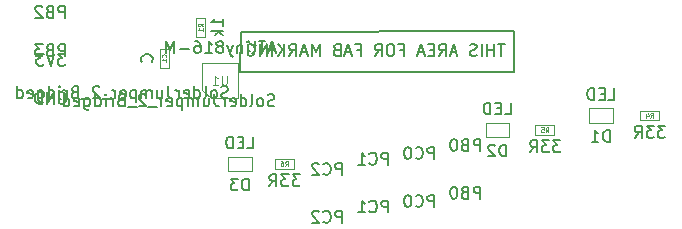
<source format=gbr>
G04 #@! TF.GenerationSoftware,KiCad,Pcbnew,(5.1.0)-1*
G04 #@! TF.CreationDate,2019-07-24T00:39:13-06:00*
G04 #@! TF.ProjectId,twinkletwinkie,7477696e-6b6c-4657-9477-696e6b69652e,rev?*
G04 #@! TF.SameCoordinates,PX89e92d0PY44794c0*
G04 #@! TF.FileFunction,Other,Fab,Bot*
%FSLAX46Y46*%
G04 Gerber Fmt 4.6, Leading zero omitted, Abs format (unit mm)*
G04 Created by KiCad (PCBNEW (5.1.0)-1) date 2019-07-24 00:39:13*
%MOMM*%
%LPD*%
G04 APERTURE LIST*
%ADD10C,0.150000*%
%ADD11C,0.100000*%
%ADD12C,0.060000*%
%ADD13C,0.110000*%
G04 APERTURE END LIST*
D10*
X12658571Y1277620D02*
X12087142Y1277620D01*
X12372857Y277620D02*
X12372857Y1277620D01*
X11753809Y277620D02*
X11753809Y1277620D01*
X11753809Y801429D02*
X11182380Y801429D01*
X11182380Y277620D02*
X11182380Y1277620D01*
X10706190Y277620D02*
X10706190Y1277620D01*
X10277619Y325239D02*
X10134761Y277620D01*
X9896666Y277620D01*
X9801428Y325239D01*
X9753809Y372858D01*
X9706190Y468096D01*
X9706190Y563334D01*
X9753809Y658572D01*
X9801428Y706191D01*
X9896666Y753810D01*
X10087142Y801429D01*
X10182380Y849048D01*
X10230000Y896667D01*
X10277619Y991905D01*
X10277619Y1087143D01*
X10230000Y1182381D01*
X10182380Y1230000D01*
X10087142Y1277620D01*
X9849047Y1277620D01*
X9706190Y1230000D01*
X8563333Y563334D02*
X8087142Y563334D01*
X8658571Y277620D02*
X8325238Y1277620D01*
X7991904Y277620D01*
X7087142Y277620D02*
X7420476Y753810D01*
X7658571Y277620D02*
X7658571Y1277620D01*
X7277619Y1277620D01*
X7182380Y1230000D01*
X7134761Y1182381D01*
X7087142Y1087143D01*
X7087142Y944286D01*
X7134761Y849048D01*
X7182380Y801429D01*
X7277619Y753810D01*
X7658571Y753810D01*
X6658571Y801429D02*
X6325238Y801429D01*
X6182380Y277620D02*
X6658571Y277620D01*
X6658571Y1277620D01*
X6182380Y1277620D01*
X5801428Y563334D02*
X5325238Y563334D01*
X5896666Y277620D02*
X5563333Y1277620D01*
X5230000Y277620D01*
X3801428Y801429D02*
X4134761Y801429D01*
X4134761Y277620D02*
X4134761Y1277620D01*
X3658571Y1277620D01*
X3087142Y1277620D02*
X2896666Y1277620D01*
X2801428Y1230000D01*
X2706190Y1134762D01*
X2658571Y944286D01*
X2658571Y610953D01*
X2706190Y420477D01*
X2801428Y325239D01*
X2896666Y277620D01*
X3087142Y277620D01*
X3182380Y325239D01*
X3277619Y420477D01*
X3325238Y610953D01*
X3325238Y944286D01*
X3277619Y1134762D01*
X3182380Y1230000D01*
X3087142Y1277620D01*
X1658571Y277620D02*
X1991904Y753810D01*
X2230000Y277620D02*
X2230000Y1277620D01*
X1849047Y1277620D01*
X1753809Y1230000D01*
X1706190Y1182381D01*
X1658571Y1087143D01*
X1658571Y944286D01*
X1706190Y849048D01*
X1753809Y801429D01*
X1849047Y753810D01*
X2230000Y753810D01*
X134761Y801429D02*
X468095Y801429D01*
X468095Y277620D02*
X468095Y1277620D01*
X-8096Y1277620D01*
X-341429Y563334D02*
X-817620Y563334D01*
X-246191Y277620D02*
X-579524Y1277620D01*
X-912858Y277620D01*
X-1579524Y801429D02*
X-1722381Y753810D01*
X-1770000Y706191D01*
X-1817620Y610953D01*
X-1817620Y468096D01*
X-1770000Y372858D01*
X-1722381Y325239D01*
X-1627143Y277620D01*
X-1246191Y277620D01*
X-1246191Y1277620D01*
X-1579524Y1277620D01*
X-1674762Y1230000D01*
X-1722381Y1182381D01*
X-1770000Y1087143D01*
X-1770000Y991905D01*
X-1722381Y896667D01*
X-1674762Y849048D01*
X-1579524Y801429D01*
X-1246191Y801429D01*
X-3008096Y277620D02*
X-3008096Y1277620D01*
X-3341429Y563334D01*
X-3674762Y1277620D01*
X-3674762Y277620D01*
X-4103334Y563334D02*
X-4579524Y563334D01*
X-4008096Y277620D02*
X-4341429Y1277620D01*
X-4674762Y277620D01*
X-5579524Y277620D02*
X-5246191Y753810D01*
X-5008096Y277620D02*
X-5008096Y1277620D01*
X-5389048Y1277620D01*
X-5484286Y1230000D01*
X-5531905Y1182381D01*
X-5579524Y1087143D01*
X-5579524Y944286D01*
X-5531905Y849048D01*
X-5484286Y801429D01*
X-5389048Y753810D01*
X-5008096Y753810D01*
X-6008096Y277620D02*
X-6008096Y1277620D01*
X-6579524Y277620D02*
X-6150953Y849048D01*
X-6579524Y1277620D02*
X-6008096Y706191D01*
X-7008096Y277620D02*
X-7008096Y1277620D01*
X-7484286Y277620D02*
X-7484286Y1277620D01*
X-8055715Y277620D01*
X-8055715Y1277620D01*
X-9055715Y1230000D02*
X-8960477Y1277620D01*
X-8817620Y1277620D01*
X-8674762Y1230000D01*
X-8579524Y1134762D01*
X-8531905Y1039524D01*
X-8484286Y849048D01*
X-8484286Y706191D01*
X-8531905Y515715D01*
X-8579524Y420477D01*
X-8674762Y325239D01*
X-8817620Y277620D01*
X-8912858Y277620D01*
X-9055715Y325239D01*
X-9103334Y372858D01*
X-9103334Y706191D01*
X-8912858Y706191D01*
X-9730000Y-1100000D02*
X-9670000Y2330000D01*
X13440000Y-1110000D02*
X-9730000Y-1100000D01*
X13440000Y2360000D02*
X13440000Y-1110000D01*
X-9680000Y2330000D02*
X13440000Y2360000D01*
D11*
X-12680000Y1900000D02*
X-12680000Y3500000D01*
X-13480000Y1900000D02*
X-12680000Y1900000D01*
X-13480000Y3500000D02*
X-13480000Y1900000D01*
X-12680000Y3500000D02*
X-13480000Y3500000D01*
X-6800000Y-9290000D02*
X-5200000Y-9290000D01*
X-6800000Y-8490000D02*
X-6800000Y-9290000D01*
X-5200000Y-8490000D02*
X-6800000Y-8490000D01*
X-5200000Y-9290000D02*
X-5200000Y-8490000D01*
X11040000Y-5410000D02*
X11040000Y-6610000D01*
X13040000Y-5410000D02*
X11040000Y-5410000D01*
X13040000Y-6610000D02*
X13040000Y-5410000D01*
X11040000Y-6610000D02*
X13040000Y-6610000D01*
X-10770000Y-8290000D02*
X-10770000Y-9490000D01*
X-8770000Y-8290000D02*
X-10770000Y-8290000D01*
X-8770000Y-9490000D02*
X-8770000Y-8290000D01*
X-10770000Y-9490000D02*
X-8770000Y-9490000D01*
X19800000Y-4180000D02*
X19800000Y-5380000D01*
X21800000Y-4180000D02*
X19800000Y-4180000D01*
X21800000Y-5380000D02*
X21800000Y-4180000D01*
X19800000Y-5380000D02*
X21800000Y-5380000D01*
X-12940000Y-2590000D02*
X-12190000Y-3340000D01*
X-12940000Y-340000D02*
X-12940000Y-2590000D01*
X-9940000Y-340000D02*
X-12940000Y-340000D01*
X-9940000Y-3340000D02*
X-9940000Y-340000D01*
X-12190000Y-3340000D02*
X-9940000Y-3340000D01*
X15260000Y-6410000D02*
X16860000Y-6410000D01*
X15260000Y-5610000D02*
X15260000Y-6410000D01*
X16860000Y-5610000D02*
X15260000Y-5610000D01*
X16860000Y-6410000D02*
X16860000Y-5610000D01*
X24130000Y-5180000D02*
X25730000Y-5180000D01*
X24130000Y-4380000D02*
X24130000Y-5180000D01*
X25730000Y-4380000D02*
X24130000Y-4380000D01*
X25730000Y-5180000D02*
X25730000Y-4380000D01*
X-16570000Y880000D02*
X-16570000Y-720000D01*
X-15770000Y880000D02*
X-16570000Y880000D01*
X-15770000Y-720000D02*
X-15770000Y880000D01*
X-16570000Y-720000D02*
X-15770000Y-720000D01*
D10*
X-11197620Y2819048D02*
X-11197620Y3390477D01*
X-11197620Y3104762D02*
X-12197620Y3104762D01*
X-12054762Y3200000D01*
X-11959524Y3295239D01*
X-11911905Y3390477D01*
X-11197620Y2390477D02*
X-12197620Y2390477D01*
X-11578572Y2295239D02*
X-11197620Y2009524D01*
X-11864286Y2009524D02*
X-11483334Y2390477D01*
D12*
X-12899048Y2766667D02*
X-13089524Y2900000D01*
X-12899048Y2995239D02*
X-13299048Y2995239D01*
X-13299048Y2842858D01*
X-13280000Y2804762D01*
X-13260953Y2785715D01*
X-13222858Y2766667D01*
X-13165715Y2766667D01*
X-13127620Y2785715D01*
X-13108572Y2804762D01*
X-13089524Y2842858D01*
X-13089524Y2995239D01*
X-12899048Y2385715D02*
X-12899048Y2614286D01*
X-12899048Y2500000D02*
X-13299048Y2500000D01*
X-13241905Y2538096D01*
X-13203810Y2576191D01*
X-13184762Y2614286D01*
D10*
X-4690477Y-9772380D02*
X-5309524Y-9772380D01*
X-4976191Y-10153333D01*
X-5119048Y-10153333D01*
X-5214286Y-10200952D01*
X-5261905Y-10248571D01*
X-5309524Y-10343809D01*
X-5309524Y-10581904D01*
X-5261905Y-10677142D01*
X-5214286Y-10724761D01*
X-5119048Y-10772380D01*
X-4833334Y-10772380D01*
X-4738096Y-10724761D01*
X-4690477Y-10677142D01*
X-5642858Y-9772380D02*
X-6261905Y-9772380D01*
X-5928572Y-10153333D01*
X-6071429Y-10153333D01*
X-6166667Y-10200952D01*
X-6214286Y-10248571D01*
X-6261905Y-10343809D01*
X-6261905Y-10581904D01*
X-6214286Y-10677142D01*
X-6166667Y-10724761D01*
X-6071429Y-10772380D01*
X-5785715Y-10772380D01*
X-5690477Y-10724761D01*
X-5642858Y-10677142D01*
X-7261905Y-10772380D02*
X-6928572Y-10296190D01*
X-6690477Y-10772380D02*
X-6690477Y-9772380D01*
X-7071429Y-9772380D01*
X-7166667Y-9820000D01*
X-7214286Y-9867619D01*
X-7261905Y-9962857D01*
X-7261905Y-10105714D01*
X-7214286Y-10200952D01*
X-7166667Y-10248571D01*
X-7071429Y-10296190D01*
X-6690477Y-10296190D01*
D12*
X-5933334Y-9070952D02*
X-5800000Y-8880476D01*
X-5704762Y-9070952D02*
X-5704762Y-8670952D01*
X-5857143Y-8670952D01*
X-5895239Y-8690000D01*
X-5914286Y-8709047D01*
X-5933334Y-8747142D01*
X-5933334Y-8804285D01*
X-5914286Y-8842380D01*
X-5895239Y-8861428D01*
X-5857143Y-8880476D01*
X-5704762Y-8880476D01*
X-6276191Y-8670952D02*
X-6200000Y-8670952D01*
X-6161905Y-8690000D01*
X-6142858Y-8709047D01*
X-6104762Y-8766190D01*
X-6085715Y-8842380D01*
X-6085715Y-8994761D01*
X-6104762Y-9032857D01*
X-6123810Y-9051904D01*
X-6161905Y-9070952D01*
X-6238096Y-9070952D01*
X-6276191Y-9051904D01*
X-6295239Y-9032857D01*
X-6314286Y-8994761D01*
X-6314286Y-8899523D01*
X-6295239Y-8861428D01*
X-6276191Y-8842380D01*
X-6238096Y-8823333D01*
X-6161905Y-8823333D01*
X-6123810Y-8842380D01*
X-6104762Y-8861428D01*
X-6085715Y-8899523D01*
D10*
X12682857Y-4684380D02*
X13159047Y-4684380D01*
X13159047Y-3684380D01*
X12349523Y-4160571D02*
X12016190Y-4160571D01*
X11873333Y-4684380D02*
X12349523Y-4684380D01*
X12349523Y-3684380D01*
X11873333Y-3684380D01*
X11444761Y-4684380D02*
X11444761Y-3684380D01*
X11206666Y-3684380D01*
X11063809Y-3732000D01*
X10968571Y-3827238D01*
X10920952Y-3922476D01*
X10873333Y-4112952D01*
X10873333Y-4255809D01*
X10920952Y-4446285D01*
X10968571Y-4541523D01*
X11063809Y-4636761D01*
X11206666Y-4684380D01*
X11444761Y-4684380D01*
X12778095Y-8237380D02*
X12778095Y-7237380D01*
X12540000Y-7237380D01*
X12397142Y-7285000D01*
X12301904Y-7380238D01*
X12254285Y-7475476D01*
X12206666Y-7665952D01*
X12206666Y-7808809D01*
X12254285Y-7999285D01*
X12301904Y-8094523D01*
X12397142Y-8189761D01*
X12540000Y-8237380D01*
X12778095Y-8237380D01*
X11825714Y-7332619D02*
X11778095Y-7285000D01*
X11682857Y-7237380D01*
X11444761Y-7237380D01*
X11349523Y-7285000D01*
X11301904Y-7332619D01*
X11254285Y-7427857D01*
X11254285Y-7523095D01*
X11301904Y-7665952D01*
X11873333Y-8237380D01*
X11254285Y-8237380D01*
X10588095Y-7772380D02*
X10588095Y-6772380D01*
X10207142Y-6772380D01*
X10111904Y-6820000D01*
X10064285Y-6867619D01*
X10016666Y-6962857D01*
X10016666Y-7105714D01*
X10064285Y-7200952D01*
X10111904Y-7248571D01*
X10207142Y-7296190D01*
X10588095Y-7296190D01*
X9254761Y-7248571D02*
X9111904Y-7296190D01*
X9064285Y-7343809D01*
X9016666Y-7439047D01*
X9016666Y-7581904D01*
X9064285Y-7677142D01*
X9111904Y-7724761D01*
X9207142Y-7772380D01*
X9588095Y-7772380D01*
X9588095Y-6772380D01*
X9254761Y-6772380D01*
X9159523Y-6820000D01*
X9111904Y-6867619D01*
X9064285Y-6962857D01*
X9064285Y-7058095D01*
X9111904Y-7153333D01*
X9159523Y-7200952D01*
X9254761Y-7248571D01*
X9588095Y-7248571D01*
X8397619Y-6772380D02*
X8302380Y-6772380D01*
X8207142Y-6820000D01*
X8159523Y-6867619D01*
X8111904Y-6962857D01*
X8064285Y-7153333D01*
X8064285Y-7391428D01*
X8111904Y-7581904D01*
X8159523Y-7677142D01*
X8207142Y-7724761D01*
X8302380Y-7772380D01*
X8397619Y-7772380D01*
X8492857Y-7724761D01*
X8540476Y-7677142D01*
X8588095Y-7581904D01*
X8635714Y-7391428D01*
X8635714Y-7153333D01*
X8588095Y-6962857D01*
X8540476Y-6867619D01*
X8492857Y-6820000D01*
X8397619Y-6772380D01*
X10588095Y-11822380D02*
X10588095Y-10822380D01*
X10207142Y-10822380D01*
X10111904Y-10870000D01*
X10064285Y-10917619D01*
X10016666Y-11012857D01*
X10016666Y-11155714D01*
X10064285Y-11250952D01*
X10111904Y-11298571D01*
X10207142Y-11346190D01*
X10588095Y-11346190D01*
X9254761Y-11298571D02*
X9111904Y-11346190D01*
X9064285Y-11393809D01*
X9016666Y-11489047D01*
X9016666Y-11631904D01*
X9064285Y-11727142D01*
X9111904Y-11774761D01*
X9207142Y-11822380D01*
X9588095Y-11822380D01*
X9588095Y-10822380D01*
X9254761Y-10822380D01*
X9159523Y-10870000D01*
X9111904Y-10917619D01*
X9064285Y-11012857D01*
X9064285Y-11108095D01*
X9111904Y-11203333D01*
X9159523Y-11250952D01*
X9254761Y-11298571D01*
X9588095Y-11298571D01*
X8397619Y-10822380D02*
X8302380Y-10822380D01*
X8207142Y-10870000D01*
X8159523Y-10917619D01*
X8111904Y-11012857D01*
X8064285Y-11203333D01*
X8064285Y-11441428D01*
X8111904Y-11631904D01*
X8159523Y-11727142D01*
X8207142Y-11774761D01*
X8302380Y-11822380D01*
X8397619Y-11822380D01*
X8492857Y-11774761D01*
X8540476Y-11727142D01*
X8588095Y-11631904D01*
X8635714Y-11441428D01*
X8635714Y-11203333D01*
X8588095Y-11012857D01*
X8540476Y-10917619D01*
X8492857Y-10870000D01*
X8397619Y-10822380D01*
X6682538Y-8462380D02*
X6682538Y-7462380D01*
X6301585Y-7462380D01*
X6206347Y-7510000D01*
X6158728Y-7557619D01*
X6111109Y-7652857D01*
X6111109Y-7795714D01*
X6158728Y-7890952D01*
X6206347Y-7938571D01*
X6301585Y-7986190D01*
X6682538Y-7986190D01*
X5111109Y-8367142D02*
X5158728Y-8414761D01*
X5301585Y-8462380D01*
X5396823Y-8462380D01*
X5539681Y-8414761D01*
X5634919Y-8319523D01*
X5682538Y-8224285D01*
X5730157Y-8033809D01*
X5730157Y-7890952D01*
X5682538Y-7700476D01*
X5634919Y-7605238D01*
X5539681Y-7510000D01*
X5396823Y-7462380D01*
X5301585Y-7462380D01*
X5158728Y-7510000D01*
X5111109Y-7557619D01*
X4492062Y-7462380D02*
X4396823Y-7462380D01*
X4301585Y-7510000D01*
X4253966Y-7557619D01*
X4206347Y-7652857D01*
X4158728Y-7843333D01*
X4158728Y-8081428D01*
X4206347Y-8271904D01*
X4253966Y-8367142D01*
X4301585Y-8414761D01*
X4396823Y-8462380D01*
X4492062Y-8462380D01*
X4587300Y-8414761D01*
X4634919Y-8367142D01*
X4682538Y-8271904D01*
X4730157Y-8081428D01*
X4730157Y-7843333D01*
X4682538Y-7652857D01*
X4634919Y-7557619D01*
X4587300Y-7510000D01*
X4492062Y-7462380D01*
X6682538Y-12512380D02*
X6682538Y-11512380D01*
X6301585Y-11512380D01*
X6206347Y-11560000D01*
X6158728Y-11607619D01*
X6111109Y-11702857D01*
X6111109Y-11845714D01*
X6158728Y-11940952D01*
X6206347Y-11988571D01*
X6301585Y-12036190D01*
X6682538Y-12036190D01*
X5111109Y-12417142D02*
X5158728Y-12464761D01*
X5301585Y-12512380D01*
X5396823Y-12512380D01*
X5539681Y-12464761D01*
X5634919Y-12369523D01*
X5682538Y-12274285D01*
X5730157Y-12083809D01*
X5730157Y-11940952D01*
X5682538Y-11750476D01*
X5634919Y-11655238D01*
X5539681Y-11560000D01*
X5396823Y-11512380D01*
X5301585Y-11512380D01*
X5158728Y-11560000D01*
X5111109Y-11607619D01*
X4492062Y-11512380D02*
X4396823Y-11512380D01*
X4301585Y-11560000D01*
X4253966Y-11607619D01*
X4206347Y-11702857D01*
X4158728Y-11893333D01*
X4158728Y-12131428D01*
X4206347Y-12321904D01*
X4253966Y-12417142D01*
X4301585Y-12464761D01*
X4396823Y-12512380D01*
X4492062Y-12512380D01*
X4587300Y-12464761D01*
X4634919Y-12417142D01*
X4682538Y-12321904D01*
X4730157Y-12131428D01*
X4730157Y-11893333D01*
X4682538Y-11702857D01*
X4634919Y-11607619D01*
X4587300Y-11560000D01*
X4492062Y-11512380D01*
X2776983Y-8932380D02*
X2776983Y-7932380D01*
X2396030Y-7932380D01*
X2300792Y-7980000D01*
X2253173Y-8027619D01*
X2205554Y-8122857D01*
X2205554Y-8265714D01*
X2253173Y-8360952D01*
X2300792Y-8408571D01*
X2396030Y-8456190D01*
X2776983Y-8456190D01*
X1205554Y-8837142D02*
X1253173Y-8884761D01*
X1396030Y-8932380D01*
X1491268Y-8932380D01*
X1634126Y-8884761D01*
X1729364Y-8789523D01*
X1776983Y-8694285D01*
X1824602Y-8503809D01*
X1824602Y-8360952D01*
X1776983Y-8170476D01*
X1729364Y-8075238D01*
X1634126Y-7980000D01*
X1491268Y-7932380D01*
X1396030Y-7932380D01*
X1253173Y-7980000D01*
X1205554Y-8027619D01*
X253173Y-8932380D02*
X824602Y-8932380D01*
X538888Y-8932380D02*
X538888Y-7932380D01*
X634126Y-8075238D01*
X729364Y-8170476D01*
X824602Y-8218095D01*
X2776983Y-12982380D02*
X2776983Y-11982380D01*
X2396030Y-11982380D01*
X2300792Y-12030000D01*
X2253173Y-12077619D01*
X2205554Y-12172857D01*
X2205554Y-12315714D01*
X2253173Y-12410952D01*
X2300792Y-12458571D01*
X2396030Y-12506190D01*
X2776983Y-12506190D01*
X1205554Y-12887142D02*
X1253173Y-12934761D01*
X1396030Y-12982380D01*
X1491268Y-12982380D01*
X1634126Y-12934761D01*
X1729364Y-12839523D01*
X1776983Y-12744285D01*
X1824602Y-12553809D01*
X1824602Y-12410952D01*
X1776983Y-12220476D01*
X1729364Y-12125238D01*
X1634126Y-12030000D01*
X1491268Y-11982380D01*
X1396030Y-11982380D01*
X1253173Y-12030000D01*
X1205554Y-12077619D01*
X253173Y-12982380D02*
X824602Y-12982380D01*
X538888Y-12982380D02*
X538888Y-11982380D01*
X634126Y-12125238D01*
X729364Y-12220476D01*
X824602Y-12268095D01*
X-1128572Y-9802380D02*
X-1128572Y-8802380D01*
X-1509525Y-8802380D01*
X-1604763Y-8850000D01*
X-1652382Y-8897619D01*
X-1700001Y-8992857D01*
X-1700001Y-9135714D01*
X-1652382Y-9230952D01*
X-1604763Y-9278571D01*
X-1509525Y-9326190D01*
X-1128572Y-9326190D01*
X-2700001Y-9707142D02*
X-2652382Y-9754761D01*
X-2509525Y-9802380D01*
X-2414287Y-9802380D01*
X-2271429Y-9754761D01*
X-2176191Y-9659523D01*
X-2128572Y-9564285D01*
X-2080953Y-9373809D01*
X-2080953Y-9230952D01*
X-2128572Y-9040476D01*
X-2176191Y-8945238D01*
X-2271429Y-8850000D01*
X-2414287Y-8802380D01*
X-2509525Y-8802380D01*
X-2652382Y-8850000D01*
X-2700001Y-8897619D01*
X-3080953Y-8897619D02*
X-3128572Y-8850000D01*
X-3223810Y-8802380D01*
X-3461906Y-8802380D01*
X-3557144Y-8850000D01*
X-3604763Y-8897619D01*
X-3652382Y-8992857D01*
X-3652382Y-9088095D01*
X-3604763Y-9230952D01*
X-3033334Y-9802380D01*
X-3652382Y-9802380D01*
X-1128572Y-13852380D02*
X-1128572Y-12852380D01*
X-1509525Y-12852380D01*
X-1604763Y-12900000D01*
X-1652382Y-12947619D01*
X-1700001Y-13042857D01*
X-1700001Y-13185714D01*
X-1652382Y-13280952D01*
X-1604763Y-13328571D01*
X-1509525Y-13376190D01*
X-1128572Y-13376190D01*
X-2700001Y-13757142D02*
X-2652382Y-13804761D01*
X-2509525Y-13852380D01*
X-2414287Y-13852380D01*
X-2271429Y-13804761D01*
X-2176191Y-13709523D01*
X-2128572Y-13614285D01*
X-2080953Y-13423809D01*
X-2080953Y-13280952D01*
X-2128572Y-13090476D01*
X-2176191Y-12995238D01*
X-2271429Y-12900000D01*
X-2414287Y-12852380D01*
X-2509525Y-12852380D01*
X-2652382Y-12900000D01*
X-2700001Y-12947619D01*
X-3080953Y-12947619D02*
X-3128572Y-12900000D01*
X-3223810Y-12852380D01*
X-3461906Y-12852380D01*
X-3557144Y-12900000D01*
X-3604763Y-12947619D01*
X-3652382Y-13042857D01*
X-3652382Y-13138095D01*
X-3604763Y-13280952D01*
X-3033334Y-13852380D01*
X-3652382Y-13852380D01*
X-24561905Y237620D02*
X-24561905Y1237620D01*
X-24942858Y1237620D01*
X-25038096Y1190000D01*
X-25085715Y1142381D01*
X-25133334Y1047143D01*
X-25133334Y904286D01*
X-25085715Y809048D01*
X-25038096Y761429D01*
X-24942858Y713810D01*
X-24561905Y713810D01*
X-25895239Y761429D02*
X-26038096Y713810D01*
X-26085715Y666191D01*
X-26133334Y570953D01*
X-26133334Y428096D01*
X-26085715Y332858D01*
X-26038096Y285239D01*
X-25942858Y237620D01*
X-25561905Y237620D01*
X-25561905Y1237620D01*
X-25895239Y1237620D01*
X-25990477Y1190000D01*
X-26038096Y1142381D01*
X-26085715Y1047143D01*
X-26085715Y951905D01*
X-26038096Y856667D01*
X-25990477Y809048D01*
X-25895239Y761429D01*
X-25561905Y761429D01*
X-26466667Y1237620D02*
X-27085715Y1237620D01*
X-26752381Y856667D01*
X-26895239Y856667D01*
X-26990477Y809048D01*
X-27038096Y761429D01*
X-27085715Y666191D01*
X-27085715Y428096D01*
X-27038096Y332858D01*
X-26990477Y285239D01*
X-26895239Y237620D01*
X-26609524Y237620D01*
X-26514286Y285239D01*
X-26466667Y332858D01*
X-25038096Y-2860000D02*
X-24942858Y-2812380D01*
X-24800000Y-2812380D01*
X-24657143Y-2860000D01*
X-24561905Y-2955238D01*
X-24514286Y-3050476D01*
X-24466667Y-3240952D01*
X-24466667Y-3383809D01*
X-24514286Y-3574285D01*
X-24561905Y-3669523D01*
X-24657143Y-3764761D01*
X-24800000Y-3812380D01*
X-24895239Y-3812380D01*
X-25038096Y-3764761D01*
X-25085715Y-3717142D01*
X-25085715Y-3383809D01*
X-24895239Y-3383809D01*
X-25514286Y-3812380D02*
X-25514286Y-2812380D01*
X-26085715Y-3812380D01*
X-26085715Y-2812380D01*
X-26561905Y-3812380D02*
X-26561905Y-2812380D01*
X-26800000Y-2812380D01*
X-26942858Y-2860000D01*
X-27038096Y-2955238D01*
X-27085715Y-3050476D01*
X-27133334Y-3240952D01*
X-27133334Y-3383809D01*
X-27085715Y-3574285D01*
X-27038096Y-3669523D01*
X-26942858Y-3764761D01*
X-26800000Y-3812380D01*
X-26561905Y-3812380D01*
X-24561905Y3497620D02*
X-24561905Y4497620D01*
X-24942858Y4497620D01*
X-25038096Y4450000D01*
X-25085715Y4402381D01*
X-25133334Y4307143D01*
X-25133334Y4164286D01*
X-25085715Y4069048D01*
X-25038096Y4021429D01*
X-24942858Y3973810D01*
X-24561905Y3973810D01*
X-25895239Y4021429D02*
X-26038096Y3973810D01*
X-26085715Y3926191D01*
X-26133334Y3830953D01*
X-26133334Y3688096D01*
X-26085715Y3592858D01*
X-26038096Y3545239D01*
X-25942858Y3497620D01*
X-25561905Y3497620D01*
X-25561905Y4497620D01*
X-25895239Y4497620D01*
X-25990477Y4450000D01*
X-26038096Y4402381D01*
X-26085715Y4307143D01*
X-26085715Y4211905D01*
X-26038096Y4116667D01*
X-25990477Y4069048D01*
X-25895239Y4021429D01*
X-25561905Y4021429D01*
X-26514286Y4402381D02*
X-26561905Y4450000D01*
X-26657143Y4497620D01*
X-26895239Y4497620D01*
X-26990477Y4450000D01*
X-27038096Y4402381D01*
X-27085715Y4307143D01*
X-27085715Y4211905D01*
X-27038096Y4069048D01*
X-26466667Y3497620D01*
X-27085715Y3497620D01*
X-24561905Y447620D02*
X-25180953Y447620D01*
X-24847620Y66667D01*
X-24990477Y66667D01*
X-25085715Y19048D01*
X-25133334Y-28571D01*
X-25180953Y-123809D01*
X-25180953Y-361904D01*
X-25133334Y-457142D01*
X-25085715Y-504761D01*
X-24990477Y-552380D01*
X-24704762Y-552380D01*
X-24609524Y-504761D01*
X-24561905Y-457142D01*
X-25466667Y447620D02*
X-25800000Y-552380D01*
X-26133334Y447620D01*
X-26371429Y447620D02*
X-26990477Y447620D01*
X-26657143Y66667D01*
X-26800000Y66667D01*
X-26895239Y19048D01*
X-26942858Y-28571D01*
X-26990477Y-123809D01*
X-26990477Y-361904D01*
X-26942858Y-457142D01*
X-26895239Y-504761D01*
X-26800000Y-552380D01*
X-26514286Y-552380D01*
X-26419048Y-504761D01*
X-26371429Y-457142D01*
X-9127143Y-7564380D02*
X-8650953Y-7564380D01*
X-8650953Y-6564380D01*
X-9460477Y-7040571D02*
X-9793810Y-7040571D01*
X-9936667Y-7564380D02*
X-9460477Y-7564380D01*
X-9460477Y-6564380D01*
X-9936667Y-6564380D01*
X-10365239Y-7564380D02*
X-10365239Y-6564380D01*
X-10603334Y-6564380D01*
X-10746191Y-6612000D01*
X-10841429Y-6707238D01*
X-10889048Y-6802476D01*
X-10936667Y-6992952D01*
X-10936667Y-7135809D01*
X-10889048Y-7326285D01*
X-10841429Y-7421523D01*
X-10746191Y-7516761D01*
X-10603334Y-7564380D01*
X-10365239Y-7564380D01*
X-9031905Y-11117380D02*
X-9031905Y-10117380D01*
X-9270000Y-10117380D01*
X-9412858Y-10165000D01*
X-9508096Y-10260238D01*
X-9555715Y-10355476D01*
X-9603334Y-10545952D01*
X-9603334Y-10688809D01*
X-9555715Y-10879285D01*
X-9508096Y-10974523D01*
X-9412858Y-11069761D01*
X-9270000Y-11117380D01*
X-9031905Y-11117380D01*
X-9936667Y-10117380D02*
X-10555715Y-10117380D01*
X-10222381Y-10498333D01*
X-10365239Y-10498333D01*
X-10460477Y-10545952D01*
X-10508096Y-10593571D01*
X-10555715Y-10688809D01*
X-10555715Y-10926904D01*
X-10508096Y-11022142D01*
X-10460477Y-11069761D01*
X-10365239Y-11117380D01*
X-10079524Y-11117380D01*
X-9984286Y-11069761D01*
X-9936667Y-11022142D01*
X21442857Y-3454380D02*
X21919047Y-3454380D01*
X21919047Y-2454380D01*
X21109523Y-2930571D02*
X20776190Y-2930571D01*
X20633333Y-3454380D02*
X21109523Y-3454380D01*
X21109523Y-2454380D01*
X20633333Y-2454380D01*
X20204761Y-3454380D02*
X20204761Y-2454380D01*
X19966666Y-2454380D01*
X19823809Y-2502000D01*
X19728571Y-2597238D01*
X19680952Y-2692476D01*
X19633333Y-2882952D01*
X19633333Y-3025809D01*
X19680952Y-3216285D01*
X19728571Y-3311523D01*
X19823809Y-3406761D01*
X19966666Y-3454380D01*
X20204761Y-3454380D01*
X21538095Y-7007380D02*
X21538095Y-6007380D01*
X21300000Y-6007380D01*
X21157142Y-6055000D01*
X21061904Y-6150238D01*
X21014285Y-6245476D01*
X20966666Y-6435952D01*
X20966666Y-6578809D01*
X21014285Y-6769285D01*
X21061904Y-6864523D01*
X21157142Y-6959761D01*
X21300000Y-7007380D01*
X21538095Y-7007380D01*
X20014285Y-7007380D02*
X20585714Y-7007380D01*
X20300000Y-7007380D02*
X20300000Y-6007380D01*
X20395238Y-6150238D01*
X20490476Y-6245476D01*
X20585714Y-6293095D01*
X-6844762Y793334D02*
X-7320953Y793334D01*
X-6749524Y507620D02*
X-7082858Y1507620D01*
X-7416191Y507620D01*
X-7606667Y1507620D02*
X-8178096Y1507620D01*
X-7892381Y507620D02*
X-7892381Y1507620D01*
X-8368572Y1174286D02*
X-8749524Y1174286D01*
X-8511429Y1507620D02*
X-8511429Y650477D01*
X-8559048Y555239D01*
X-8654286Y507620D01*
X-8749524Y507620D01*
X-9082858Y507620D02*
X-9082858Y1174286D01*
X-9082858Y1507620D02*
X-9035239Y1460000D01*
X-9082858Y1412381D01*
X-9130477Y1460000D01*
X-9082858Y1507620D01*
X-9082858Y1412381D01*
X-9559048Y1174286D02*
X-9559048Y507620D01*
X-9559048Y1079048D02*
X-9606667Y1126667D01*
X-9701905Y1174286D01*
X-9844762Y1174286D01*
X-9940000Y1126667D01*
X-9987620Y1031429D01*
X-9987620Y507620D01*
X-10368572Y1174286D02*
X-10606667Y507620D01*
X-10844762Y1174286D02*
X-10606667Y507620D01*
X-10511429Y269524D01*
X-10463810Y221905D01*
X-10368572Y174286D01*
X-11368572Y1079048D02*
X-11273334Y1126667D01*
X-11225715Y1174286D01*
X-11178096Y1269524D01*
X-11178096Y1317143D01*
X-11225715Y1412381D01*
X-11273334Y1460000D01*
X-11368572Y1507620D01*
X-11559048Y1507620D01*
X-11654286Y1460000D01*
X-11701905Y1412381D01*
X-11749524Y1317143D01*
X-11749524Y1269524D01*
X-11701905Y1174286D01*
X-11654286Y1126667D01*
X-11559048Y1079048D01*
X-11368572Y1079048D01*
X-11273334Y1031429D01*
X-11225715Y983810D01*
X-11178096Y888572D01*
X-11178096Y698096D01*
X-11225715Y602858D01*
X-11273334Y555239D01*
X-11368572Y507620D01*
X-11559048Y507620D01*
X-11654286Y555239D01*
X-11701905Y602858D01*
X-11749524Y698096D01*
X-11749524Y888572D01*
X-11701905Y983810D01*
X-11654286Y1031429D01*
X-11559048Y1079048D01*
X-12701905Y507620D02*
X-12130477Y507620D01*
X-12416191Y507620D02*
X-12416191Y1507620D01*
X-12320953Y1364762D01*
X-12225715Y1269524D01*
X-12130477Y1221905D01*
X-13559048Y1507620D02*
X-13368572Y1507620D01*
X-13273334Y1460000D01*
X-13225715Y1412381D01*
X-13130477Y1269524D01*
X-13082858Y1079048D01*
X-13082858Y698096D01*
X-13130477Y602858D01*
X-13178096Y555239D01*
X-13273334Y507620D01*
X-13463810Y507620D01*
X-13559048Y555239D01*
X-13606667Y602858D01*
X-13654286Y698096D01*
X-13654286Y936191D01*
X-13606667Y1031429D01*
X-13559048Y1079048D01*
X-13463810Y1126667D01*
X-13273334Y1126667D01*
X-13178096Y1079048D01*
X-13130477Y1031429D01*
X-13082858Y936191D01*
X-14082858Y888572D02*
X-14844762Y888572D01*
X-15320953Y507620D02*
X-15320953Y1507620D01*
X-15654286Y793334D01*
X-15987620Y1507620D01*
X-15987620Y507620D01*
D13*
X-10868572Y-1429285D02*
X-10868572Y-2036428D01*
X-10904286Y-2107857D01*
X-10940000Y-2143571D01*
X-11011429Y-2179285D01*
X-11154286Y-2179285D01*
X-11225715Y-2143571D01*
X-11261429Y-2107857D01*
X-11297143Y-2036428D01*
X-11297143Y-1429285D01*
X-12047143Y-2179285D02*
X-11618572Y-2179285D01*
X-11832858Y-2179285D02*
X-11832858Y-1429285D01*
X-11761429Y-1536428D01*
X-11690000Y-1607857D01*
X-11618572Y-1643571D01*
D10*
X17369523Y-6892380D02*
X16750476Y-6892380D01*
X17083809Y-7273333D01*
X16940952Y-7273333D01*
X16845714Y-7320952D01*
X16798095Y-7368571D01*
X16750476Y-7463809D01*
X16750476Y-7701904D01*
X16798095Y-7797142D01*
X16845714Y-7844761D01*
X16940952Y-7892380D01*
X17226666Y-7892380D01*
X17321904Y-7844761D01*
X17369523Y-7797142D01*
X16417142Y-6892380D02*
X15798095Y-6892380D01*
X16131428Y-7273333D01*
X15988571Y-7273333D01*
X15893333Y-7320952D01*
X15845714Y-7368571D01*
X15798095Y-7463809D01*
X15798095Y-7701904D01*
X15845714Y-7797142D01*
X15893333Y-7844761D01*
X15988571Y-7892380D01*
X16274285Y-7892380D01*
X16369523Y-7844761D01*
X16417142Y-7797142D01*
X14798095Y-7892380D02*
X15131428Y-7416190D01*
X15369523Y-7892380D02*
X15369523Y-6892380D01*
X14988571Y-6892380D01*
X14893333Y-6940000D01*
X14845714Y-6987619D01*
X14798095Y-7082857D01*
X14798095Y-7225714D01*
X14845714Y-7320952D01*
X14893333Y-7368571D01*
X14988571Y-7416190D01*
X15369523Y-7416190D01*
D12*
X16126666Y-6190952D02*
X16260000Y-6000476D01*
X16355238Y-6190952D02*
X16355238Y-5790952D01*
X16202857Y-5790952D01*
X16164761Y-5810000D01*
X16145714Y-5829047D01*
X16126666Y-5867142D01*
X16126666Y-5924285D01*
X16145714Y-5962380D01*
X16164761Y-5981428D01*
X16202857Y-6000476D01*
X16355238Y-6000476D01*
X15764761Y-5790952D02*
X15955238Y-5790952D01*
X15974285Y-5981428D01*
X15955238Y-5962380D01*
X15917142Y-5943333D01*
X15821904Y-5943333D01*
X15783809Y-5962380D01*
X15764761Y-5981428D01*
X15745714Y-6019523D01*
X15745714Y-6114761D01*
X15764761Y-6152857D01*
X15783809Y-6171904D01*
X15821904Y-6190952D01*
X15917142Y-6190952D01*
X15955238Y-6171904D01*
X15974285Y-6152857D01*
D10*
X26239523Y-5662380D02*
X25620476Y-5662380D01*
X25953809Y-6043333D01*
X25810952Y-6043333D01*
X25715714Y-6090952D01*
X25668095Y-6138571D01*
X25620476Y-6233809D01*
X25620476Y-6471904D01*
X25668095Y-6567142D01*
X25715714Y-6614761D01*
X25810952Y-6662380D01*
X26096666Y-6662380D01*
X26191904Y-6614761D01*
X26239523Y-6567142D01*
X25287142Y-5662380D02*
X24668095Y-5662380D01*
X25001428Y-6043333D01*
X24858571Y-6043333D01*
X24763333Y-6090952D01*
X24715714Y-6138571D01*
X24668095Y-6233809D01*
X24668095Y-6471904D01*
X24715714Y-6567142D01*
X24763333Y-6614761D01*
X24858571Y-6662380D01*
X25144285Y-6662380D01*
X25239523Y-6614761D01*
X25287142Y-6567142D01*
X23668095Y-6662380D02*
X24001428Y-6186190D01*
X24239523Y-6662380D02*
X24239523Y-5662380D01*
X23858571Y-5662380D01*
X23763333Y-5710000D01*
X23715714Y-5757619D01*
X23668095Y-5852857D01*
X23668095Y-5995714D01*
X23715714Y-6090952D01*
X23763333Y-6138571D01*
X23858571Y-6186190D01*
X24239523Y-6186190D01*
D12*
X24996666Y-4960952D02*
X25130000Y-4770476D01*
X25225238Y-4960952D02*
X25225238Y-4560952D01*
X25072857Y-4560952D01*
X25034761Y-4580000D01*
X25015714Y-4599047D01*
X24996666Y-4637142D01*
X24996666Y-4694285D01*
X25015714Y-4732380D01*
X25034761Y-4751428D01*
X25072857Y-4770476D01*
X25225238Y-4770476D01*
X24653809Y-4694285D02*
X24653809Y-4960952D01*
X24749047Y-4541904D02*
X24844285Y-4827619D01*
X24596666Y-4827619D01*
D10*
X-10767620Y-3264761D02*
X-10910477Y-3312380D01*
X-11148572Y-3312380D01*
X-11243810Y-3264761D01*
X-11291429Y-3217142D01*
X-11339048Y-3121904D01*
X-11339048Y-3026666D01*
X-11291429Y-2931428D01*
X-11243810Y-2883809D01*
X-11148572Y-2836190D01*
X-10958096Y-2788571D01*
X-10862858Y-2740952D01*
X-10815239Y-2693333D01*
X-10767620Y-2598095D01*
X-10767620Y-2502857D01*
X-10815239Y-2407619D01*
X-10862858Y-2360000D01*
X-10958096Y-2312380D01*
X-11196191Y-2312380D01*
X-11339048Y-2360000D01*
X-11910477Y-3312380D02*
X-11815239Y-3264761D01*
X-11767620Y-3217142D01*
X-11720000Y-3121904D01*
X-11720000Y-2836190D01*
X-11767620Y-2740952D01*
X-11815239Y-2693333D01*
X-11910477Y-2645714D01*
X-12053334Y-2645714D01*
X-12148572Y-2693333D01*
X-12196191Y-2740952D01*
X-12243810Y-2836190D01*
X-12243810Y-3121904D01*
X-12196191Y-3217142D01*
X-12148572Y-3264761D01*
X-12053334Y-3312380D01*
X-11910477Y-3312380D01*
X-12815239Y-3312380D02*
X-12720000Y-3264761D01*
X-12672381Y-3169523D01*
X-12672381Y-2312380D01*
X-13624762Y-3312380D02*
X-13624762Y-2312380D01*
X-13624762Y-3264761D02*
X-13529524Y-3312380D01*
X-13339048Y-3312380D01*
X-13243810Y-3264761D01*
X-13196191Y-3217142D01*
X-13148572Y-3121904D01*
X-13148572Y-2836190D01*
X-13196191Y-2740952D01*
X-13243810Y-2693333D01*
X-13339048Y-2645714D01*
X-13529524Y-2645714D01*
X-13624762Y-2693333D01*
X-14481905Y-3264761D02*
X-14386667Y-3312380D01*
X-14196191Y-3312380D01*
X-14100953Y-3264761D01*
X-14053334Y-3169523D01*
X-14053334Y-2788571D01*
X-14100953Y-2693333D01*
X-14196191Y-2645714D01*
X-14386667Y-2645714D01*
X-14481905Y-2693333D01*
X-14529524Y-2788571D01*
X-14529524Y-2883809D01*
X-14053334Y-2979047D01*
X-14958096Y-3312380D02*
X-14958096Y-2645714D01*
X-14958096Y-2836190D02*
X-15005715Y-2740952D01*
X-15053334Y-2693333D01*
X-15148572Y-2645714D01*
X-15243810Y-2645714D01*
X-15862858Y-2312380D02*
X-15862858Y-3026666D01*
X-15815239Y-3169523D01*
X-15720000Y-3264761D01*
X-15577143Y-3312380D01*
X-15481905Y-3312380D01*
X-16767620Y-2645714D02*
X-16767620Y-3312380D01*
X-16339048Y-2645714D02*
X-16339048Y-3169523D01*
X-16386667Y-3264761D01*
X-16481905Y-3312380D01*
X-16624762Y-3312380D01*
X-16720000Y-3264761D01*
X-16767620Y-3217142D01*
X-17243810Y-3312380D02*
X-17243810Y-2645714D01*
X-17243810Y-2740952D02*
X-17291429Y-2693333D01*
X-17386667Y-2645714D01*
X-17529524Y-2645714D01*
X-17624762Y-2693333D01*
X-17672381Y-2788571D01*
X-17672381Y-3312380D01*
X-17672381Y-2788571D02*
X-17720000Y-2693333D01*
X-17815239Y-2645714D01*
X-17958096Y-2645714D01*
X-18053334Y-2693333D01*
X-18100953Y-2788571D01*
X-18100953Y-3312380D01*
X-18577143Y-2645714D02*
X-18577143Y-3645714D01*
X-18577143Y-2693333D02*
X-18672381Y-2645714D01*
X-18862858Y-2645714D01*
X-18958096Y-2693333D01*
X-19005715Y-2740952D01*
X-19053334Y-2836190D01*
X-19053334Y-3121904D01*
X-19005715Y-3217142D01*
X-18958096Y-3264761D01*
X-18862858Y-3312380D01*
X-18672381Y-3312380D01*
X-18577143Y-3264761D01*
X-19862858Y-3264761D02*
X-19767620Y-3312380D01*
X-19577143Y-3312380D01*
X-19481905Y-3264761D01*
X-19434286Y-3169523D01*
X-19434286Y-2788571D01*
X-19481905Y-2693333D01*
X-19577143Y-2645714D01*
X-19767620Y-2645714D01*
X-19862858Y-2693333D01*
X-19910477Y-2788571D01*
X-19910477Y-2883809D01*
X-19434286Y-2979047D01*
X-20339048Y-3312380D02*
X-20339048Y-2645714D01*
X-20339048Y-2836190D02*
X-20386667Y-2740952D01*
X-20434286Y-2693333D01*
X-20529524Y-2645714D01*
X-20624762Y-2645714D01*
X-20720000Y-3407619D02*
X-21481905Y-3407619D01*
X-21672381Y-2407619D02*
X-21720000Y-2360000D01*
X-21815239Y-2312380D01*
X-22053334Y-2312380D01*
X-22148572Y-2360000D01*
X-22196191Y-2407619D01*
X-22243810Y-2502857D01*
X-22243810Y-2598095D01*
X-22196191Y-2740952D01*
X-21624762Y-3312380D01*
X-22243810Y-3312380D01*
X-22434286Y-3407619D02*
X-23196191Y-3407619D01*
X-23767620Y-2788571D02*
X-23910477Y-2836190D01*
X-23958096Y-2883809D01*
X-24005715Y-2979047D01*
X-24005715Y-3121904D01*
X-23958096Y-3217142D01*
X-23910477Y-3264761D01*
X-23815239Y-3312380D01*
X-23434286Y-3312380D01*
X-23434286Y-2312380D01*
X-23767620Y-2312380D01*
X-23862858Y-2360000D01*
X-23910477Y-2407619D01*
X-23958096Y-2502857D01*
X-23958096Y-2598095D01*
X-23910477Y-2693333D01*
X-23862858Y-2740952D01*
X-23767620Y-2788571D01*
X-23434286Y-2788571D01*
X-24434286Y-3312380D02*
X-24434286Y-2645714D01*
X-24434286Y-2836190D02*
X-24481905Y-2740952D01*
X-24529524Y-2693333D01*
X-24624762Y-2645714D01*
X-24720000Y-2645714D01*
X-25053334Y-3312380D02*
X-25053334Y-2645714D01*
X-25053334Y-2312380D02*
X-25005715Y-2360000D01*
X-25053334Y-2407619D01*
X-25100953Y-2360000D01*
X-25053334Y-2312380D01*
X-25053334Y-2407619D01*
X-25958096Y-3312380D02*
X-25958096Y-2312380D01*
X-25958096Y-3264761D02*
X-25862858Y-3312380D01*
X-25672381Y-3312380D01*
X-25577143Y-3264761D01*
X-25529524Y-3217142D01*
X-25481905Y-3121904D01*
X-25481905Y-2836190D01*
X-25529524Y-2740952D01*
X-25577143Y-2693333D01*
X-25672381Y-2645714D01*
X-25862858Y-2645714D01*
X-25958096Y-2693333D01*
X-26862858Y-2645714D02*
X-26862858Y-3455238D01*
X-26815239Y-3550476D01*
X-26767620Y-3598095D01*
X-26672381Y-3645714D01*
X-26529524Y-3645714D01*
X-26434286Y-3598095D01*
X-26862858Y-3264761D02*
X-26767620Y-3312380D01*
X-26577143Y-3312380D01*
X-26481905Y-3264761D01*
X-26434286Y-3217142D01*
X-26386667Y-3121904D01*
X-26386667Y-2836190D01*
X-26434286Y-2740952D01*
X-26481905Y-2693333D01*
X-26577143Y-2645714D01*
X-26767620Y-2645714D01*
X-26862858Y-2693333D01*
X-27720000Y-3264761D02*
X-27624762Y-3312380D01*
X-27434286Y-3312380D01*
X-27339048Y-3264761D01*
X-27291429Y-3169523D01*
X-27291429Y-2788571D01*
X-27339048Y-2693333D01*
X-27434286Y-2645714D01*
X-27624762Y-2645714D01*
X-27720000Y-2693333D01*
X-27767620Y-2788571D01*
X-27767620Y-2883809D01*
X-27291429Y-2979047D01*
X-28624762Y-3312380D02*
X-28624762Y-2312380D01*
X-28624762Y-3264761D02*
X-28529524Y-3312380D01*
X-28339048Y-3312380D01*
X-28243810Y-3264761D01*
X-28196191Y-3217142D01*
X-28148572Y-3121904D01*
X-28148572Y-2836190D01*
X-28196191Y-2740952D01*
X-28243810Y-2693333D01*
X-28339048Y-2645714D01*
X-28529524Y-2645714D01*
X-28624762Y-2693333D01*
X-6837620Y-3934761D02*
X-6980477Y-3982380D01*
X-7218572Y-3982380D01*
X-7313810Y-3934761D01*
X-7361429Y-3887142D01*
X-7409048Y-3791904D01*
X-7409048Y-3696666D01*
X-7361429Y-3601428D01*
X-7313810Y-3553809D01*
X-7218572Y-3506190D01*
X-7028096Y-3458571D01*
X-6932858Y-3410952D01*
X-6885239Y-3363333D01*
X-6837620Y-3268095D01*
X-6837620Y-3172857D01*
X-6885239Y-3077619D01*
X-6932858Y-3030000D01*
X-7028096Y-2982380D01*
X-7266191Y-2982380D01*
X-7409048Y-3030000D01*
X-7980477Y-3982380D02*
X-7885239Y-3934761D01*
X-7837620Y-3887142D01*
X-7790000Y-3791904D01*
X-7790000Y-3506190D01*
X-7837620Y-3410952D01*
X-7885239Y-3363333D01*
X-7980477Y-3315714D01*
X-8123334Y-3315714D01*
X-8218572Y-3363333D01*
X-8266191Y-3410952D01*
X-8313810Y-3506190D01*
X-8313810Y-3791904D01*
X-8266191Y-3887142D01*
X-8218572Y-3934761D01*
X-8123334Y-3982380D01*
X-7980477Y-3982380D01*
X-8885239Y-3982380D02*
X-8790000Y-3934761D01*
X-8742381Y-3839523D01*
X-8742381Y-2982380D01*
X-9694762Y-3982380D02*
X-9694762Y-2982380D01*
X-9694762Y-3934761D02*
X-9599524Y-3982380D01*
X-9409048Y-3982380D01*
X-9313810Y-3934761D01*
X-9266191Y-3887142D01*
X-9218572Y-3791904D01*
X-9218572Y-3506190D01*
X-9266191Y-3410952D01*
X-9313810Y-3363333D01*
X-9409048Y-3315714D01*
X-9599524Y-3315714D01*
X-9694762Y-3363333D01*
X-10551905Y-3934761D02*
X-10456667Y-3982380D01*
X-10266191Y-3982380D01*
X-10170953Y-3934761D01*
X-10123334Y-3839523D01*
X-10123334Y-3458571D01*
X-10170953Y-3363333D01*
X-10266191Y-3315714D01*
X-10456667Y-3315714D01*
X-10551905Y-3363333D01*
X-10599524Y-3458571D01*
X-10599524Y-3553809D01*
X-10123334Y-3649047D01*
X-11028096Y-3982380D02*
X-11028096Y-3315714D01*
X-11028096Y-3506190D02*
X-11075715Y-3410952D01*
X-11123334Y-3363333D01*
X-11218572Y-3315714D01*
X-11313810Y-3315714D01*
X-11932858Y-2982380D02*
X-11932858Y-3696666D01*
X-11885239Y-3839523D01*
X-11790000Y-3934761D01*
X-11647143Y-3982380D01*
X-11551905Y-3982380D01*
X-12837620Y-3315714D02*
X-12837620Y-3982380D01*
X-12409048Y-3315714D02*
X-12409048Y-3839523D01*
X-12456667Y-3934761D01*
X-12551905Y-3982380D01*
X-12694762Y-3982380D01*
X-12790000Y-3934761D01*
X-12837620Y-3887142D01*
X-13313810Y-3982380D02*
X-13313810Y-3315714D01*
X-13313810Y-3410952D02*
X-13361429Y-3363333D01*
X-13456667Y-3315714D01*
X-13599524Y-3315714D01*
X-13694762Y-3363333D01*
X-13742381Y-3458571D01*
X-13742381Y-3982380D01*
X-13742381Y-3458571D02*
X-13790000Y-3363333D01*
X-13885239Y-3315714D01*
X-14028096Y-3315714D01*
X-14123334Y-3363333D01*
X-14170953Y-3458571D01*
X-14170953Y-3982380D01*
X-14647143Y-3315714D02*
X-14647143Y-4315714D01*
X-14647143Y-3363333D02*
X-14742381Y-3315714D01*
X-14932858Y-3315714D01*
X-15028096Y-3363333D01*
X-15075715Y-3410952D01*
X-15123334Y-3506190D01*
X-15123334Y-3791904D01*
X-15075715Y-3887142D01*
X-15028096Y-3934761D01*
X-14932858Y-3982380D01*
X-14742381Y-3982380D01*
X-14647143Y-3934761D01*
X-15932858Y-3934761D02*
X-15837620Y-3982380D01*
X-15647143Y-3982380D01*
X-15551905Y-3934761D01*
X-15504286Y-3839523D01*
X-15504286Y-3458571D01*
X-15551905Y-3363333D01*
X-15647143Y-3315714D01*
X-15837620Y-3315714D01*
X-15932858Y-3363333D01*
X-15980477Y-3458571D01*
X-15980477Y-3553809D01*
X-15504286Y-3649047D01*
X-16409048Y-3982380D02*
X-16409048Y-3315714D01*
X-16409048Y-3506190D02*
X-16456667Y-3410952D01*
X-16504286Y-3363333D01*
X-16599524Y-3315714D01*
X-16694762Y-3315714D01*
X-16790000Y-4077619D02*
X-17551905Y-4077619D01*
X-17742381Y-3077619D02*
X-17790000Y-3030000D01*
X-17885239Y-2982380D01*
X-18123334Y-2982380D01*
X-18218572Y-3030000D01*
X-18266191Y-3077619D01*
X-18313810Y-3172857D01*
X-18313810Y-3268095D01*
X-18266191Y-3410952D01*
X-17694762Y-3982380D01*
X-18313810Y-3982380D01*
X-18504286Y-4077619D02*
X-19266191Y-4077619D01*
X-19837620Y-3458571D02*
X-19980477Y-3506190D01*
X-20028096Y-3553809D01*
X-20075715Y-3649047D01*
X-20075715Y-3791904D01*
X-20028096Y-3887142D01*
X-19980477Y-3934761D01*
X-19885239Y-3982380D01*
X-19504286Y-3982380D01*
X-19504286Y-2982380D01*
X-19837620Y-2982380D01*
X-19932858Y-3030000D01*
X-19980477Y-3077619D01*
X-20028096Y-3172857D01*
X-20028096Y-3268095D01*
X-19980477Y-3363333D01*
X-19932858Y-3410952D01*
X-19837620Y-3458571D01*
X-19504286Y-3458571D01*
X-20504286Y-3982380D02*
X-20504286Y-3315714D01*
X-20504286Y-3506190D02*
X-20551905Y-3410952D01*
X-20599524Y-3363333D01*
X-20694762Y-3315714D01*
X-20790000Y-3315714D01*
X-21123334Y-3982380D02*
X-21123334Y-3315714D01*
X-21123334Y-2982380D02*
X-21075715Y-3030000D01*
X-21123334Y-3077619D01*
X-21170953Y-3030000D01*
X-21123334Y-2982380D01*
X-21123334Y-3077619D01*
X-22028096Y-3982380D02*
X-22028096Y-2982380D01*
X-22028096Y-3934761D02*
X-21932858Y-3982380D01*
X-21742381Y-3982380D01*
X-21647143Y-3934761D01*
X-21599524Y-3887142D01*
X-21551905Y-3791904D01*
X-21551905Y-3506190D01*
X-21599524Y-3410952D01*
X-21647143Y-3363333D01*
X-21742381Y-3315714D01*
X-21932858Y-3315714D01*
X-22028096Y-3363333D01*
X-22932858Y-3315714D02*
X-22932858Y-4125238D01*
X-22885239Y-4220476D01*
X-22837620Y-4268095D01*
X-22742381Y-4315714D01*
X-22599524Y-4315714D01*
X-22504286Y-4268095D01*
X-22932858Y-3934761D02*
X-22837620Y-3982380D01*
X-22647143Y-3982380D01*
X-22551905Y-3934761D01*
X-22504286Y-3887142D01*
X-22456667Y-3791904D01*
X-22456667Y-3506190D01*
X-22504286Y-3410952D01*
X-22551905Y-3363333D01*
X-22647143Y-3315714D01*
X-22837620Y-3315714D01*
X-22932858Y-3363333D01*
X-23790000Y-3934761D02*
X-23694762Y-3982380D01*
X-23504286Y-3982380D01*
X-23409048Y-3934761D01*
X-23361429Y-3839523D01*
X-23361429Y-3458571D01*
X-23409048Y-3363333D01*
X-23504286Y-3315714D01*
X-23694762Y-3315714D01*
X-23790000Y-3363333D01*
X-23837620Y-3458571D01*
X-23837620Y-3553809D01*
X-23361429Y-3649047D01*
X-24694762Y-3982380D02*
X-24694762Y-2982380D01*
X-24694762Y-3934761D02*
X-24599524Y-3982380D01*
X-24409048Y-3982380D01*
X-24313810Y-3934761D01*
X-24266191Y-3887142D01*
X-24218572Y-3791904D01*
X-24218572Y-3506190D01*
X-24266191Y-3410952D01*
X-24313810Y-3363333D01*
X-24409048Y-3315714D01*
X-24599524Y-3315714D01*
X-24694762Y-3363333D01*
X-17242858Y-229523D02*
X-17195239Y-181904D01*
X-17147620Y-39047D01*
X-17147620Y56191D01*
X-17195239Y199048D01*
X-17290477Y294286D01*
X-17385715Y341905D01*
X-17576191Y389524D01*
X-17719048Y389524D01*
X-17909524Y341905D01*
X-18004762Y294286D01*
X-18100000Y199048D01*
X-18147620Y56191D01*
X-18147620Y-39047D01*
X-18100000Y-181904D01*
X-18052381Y-229523D01*
D12*
X-16027143Y146667D02*
X-16008096Y165715D01*
X-15989048Y222858D01*
X-15989048Y260953D01*
X-16008096Y318096D01*
X-16046191Y356191D01*
X-16084286Y375239D01*
X-16160477Y394286D01*
X-16217620Y394286D01*
X-16293810Y375239D01*
X-16331905Y356191D01*
X-16370000Y318096D01*
X-16389048Y260953D01*
X-16389048Y222858D01*
X-16370000Y165715D01*
X-16350953Y146667D01*
X-15989048Y-234285D02*
X-15989048Y-5714D01*
X-15989048Y-120000D02*
X-16389048Y-120000D01*
X-16331905Y-81904D01*
X-16293810Y-43809D01*
X-16274762Y-5714D01*
M02*

</source>
